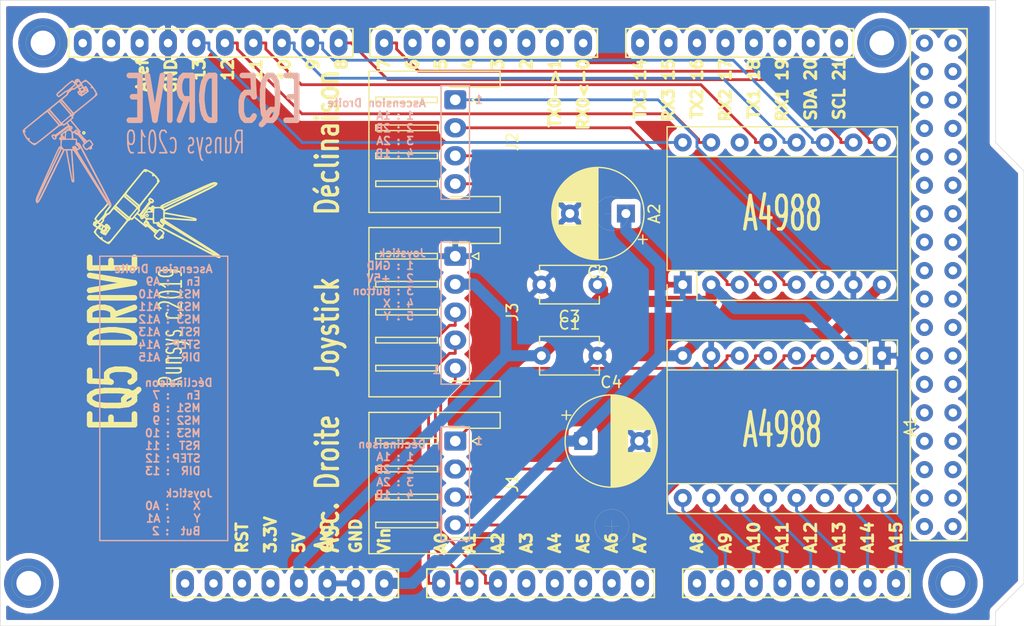
<source format=kicad_pcb>
(kicad_pcb (version 20171130) (host pcbnew 5.1.5-52549c5~84~ubuntu18.04.1)
  (layers (0 F.Cu signal) (31 B.Cu signal) (34 B.Paste user hide) (35 F.Paste user hide) (36 B.SilkS user) (37 F.SilkS user) (38 B.Mask user) (39 F.Mask user) (44 Edge.Cuts user))
  (net 0 "")
  (net 1 "Net-(SH1-Pad19)")
  (net 2 "Net-(SH1-Pad18)")
  (net 3 "Net-(SH1-Pad17)")
  (net 4 "Net-(SH1-Pad16)")
  (net 5 "Net-(SH1-Pad15)")
  (net 6 "Net-(SH1-Pad14)")
  (net 7 /13)
  (net 8 /12)
  (net 9 /11)
  (net 10 /10)
  (net 11 /9)
  (net 12 /8)
  (net 13 /7)
  (net 14 "Net-(SH1-Pad6)")
  (net 15 "Net-(SH1-Pad5)")
  (net 16 "Net-(SH1-Pad4)")
  (net 17 "Net-(SH1-Pad3)")
  (net 18 "Net-(SH1-Pad1)")
  (net 19 /A15)
  (net 20 /A14)
  (net 21 /A13)
  (net 22 /A12)
  (net 23 /A11)
  (net 24 /A10)
  (net 25 /A9)
  (net 26 "Net-(SH1-PadA8)")
  (net 27 "Net-(SH1-PadA7)")
  (net 28 "Net-(SH1-PadA6)")
  (net 29 "Net-(SH1-PadA5)")
  (net 30 "Net-(SH1-PadA4)")
  (net 31 "Net-(SH1-PadA3)")
  (net 32 "Net-(SH1-Pad21/2)")
  (net 33 "Net-(SH1-Pad20/2)")
  (net 34 "Net-(SH1-PadAREF)")
  (net 35 "Net-(SH1-Pad0)")
  (net 36 "Net-(SH1-Pad20/1)")
  (net 37 "Net-(SH1-Pad21/1)")
  (net 38 "Net-(SH1-Pad5V/3)")
  (net 39 "Net-(SH1-Pad5V/2)")
  (net 40 "Net-(SH1-Pad49)")
  (net 41 "Net-(SH1-Pad48)")
  (net 42 "Net-(SH1-Pad47)")
  (net 43 "Net-(SH1-Pad46)")
  (net 44 "Net-(SH1-Pad45)")
  (net 45 "Net-(SH1-Pad44)")
  (net 46 "Net-(SH1-Pad43)")
  (net 47 "Net-(SH1-Pad42)")
  (net 48 "Net-(SH1-Pad41)")
  (net 49 "Net-(SH1-Pad40)")
  (net 50 "Net-(SH1-Pad39)")
  (net 51 "Net-(SH1-Pad38)")
  (net 52 "Net-(SH1-Pad37)")
  (net 53 "Net-(SH1-Pad36)")
  (net 54 "Net-(SH1-Pad35)")
  (net 55 "Net-(SH1-Pad34)")
  (net 56 "Net-(SH1-Pad33)")
  (net 57 "Net-(SH1-Pad32)")
  (net 58 "Net-(SH1-Pad31)")
  (net 59 "Net-(SH1-Pad30)")
  (net 60 "Net-(SH1-Pad29)")
  (net 61 "Net-(SH1-Pad28)")
  (net 62 "Net-(SH1-Pad27)")
  (net 63 "Net-(SH1-Pad26)")
  (net 64 "Net-(SH1-Pad25)")
  (net 65 "Net-(SH1-Pad24)")
  (net 66 "Net-(SH1-Pad23)")
  (net 67 "Net-(SH1-Pad22)")
  (net 68 "Net-(SH1-Pad53)")
  (net 69 "Net-(SH1-Pad52)")
  (net 70 "Net-(SH1-Pad51)")
  (net 71 "Net-(SH1-Pad50)")
  (net 72 "Net-(SH1-PadGND4)")
  (net 73 "Net-(SH1-Pad3V3)")
  (net 74 "Net-(SH1-PadRST)")
  (net 75 "Net-(SH1-PadIREF)")
  (net 76 "Net-(SH1-PadNC)")
  (net 77 "Net-(A1-Pad3)")
  (net 78 "Net-(A1-Pad4)")
  (net 79 "Net-(A1-Pad5)")
  (net 80 "Net-(A1-Pad6)")
  (net 81 "Net-(A1-Pad14)")
  (net 82 "Net-(A2-Pad3)")
  (net 83 "Net-(A2-Pad4)")
  (net 84 "Net-(A2-Pad5)")
  (net 85 "Net-(A2-Pad6)")
  (net 86 "Net-(A2-Pad14)")
  (net 87 GND)
  (net 88 +5V)
  (net 89 +12V)
  (net 90 /A2)
  (net 91 /A0)
  (net 92 /A1)
  (net 93 "Net-(SH1-Pad2)")
  (module Connector_JST:JST_XH_S5B-XH-A-1_1x05_P2.50mm_Horizontal (layer F.Cu) (at 132.08 85.09 270)
    (fp_text reference J3 (at 5 -5.1 90) (layer F.SilkS))
    (fp_text value Conn_01x05_Male)
    (pad 5 thru_hole oval (at 10 0 270) (size 1.7 1.95) (drill 0.95) (layers *.Cu *.Mask) (net 90 /A2))
    (pad 4 thru_hole oval (at 7.5 0 270) (size 1.7 1.95) (drill 0.95) (layers *.Cu *.Mask) (net 92 /A1))
    (pad 3 thru_hole oval (at 5 0 270) (size 1.7 1.95) (drill 0.95) (layers *.Cu *.Mask) (net 91 /A0))
    (pad 2 thru_hole oval (at 2.5 0 270) (size 1.7 1.95) (drill 0.95) (layers *.Cu *.Mask) (net 88 +5V))
    (pad 1 thru_hole roundrect (at 0 0 270) (size 1.7 1.95) (drill 0.95) (layers *.Cu *.Mask) (roundrect_rratio 0.147059) (net 87 GND))
  )
  (module Connector_JST:JST_XH_S4B-XH-A-1_1x04_P2.50mm_Horizontal (layer F.Cu) (at 132.08 71.12 270)
    (fp_text reference J2 (at 3.75 -5.1 90) (layer F.SilkS))
    (fp_text value Conn_01x04_Male)
    (pad 4 thru_hole oval (at 7.5 0 270) (size 1.7 1.95) (drill 0.95) (layers *.Cu *.Mask) (net 82 "Net-(A2-Pad3)"))
    (pad 3 thru_hole oval (at 5 0 270) (size 1.7 1.95) (drill 0.95) (layers *.Cu *.Mask) (net 83 "Net-(A2-Pad4)"))
    (pad 2 thru_hole oval (at 2.5 0 270) (size 1.7 1.95) (drill 0.95) (layers *.Cu *.Mask) (net 84 "Net-(A2-Pad5)"))
    (pad 1 thru_hole roundrect (at 0 0 270) (size 1.7 1.95) (drill 0.95) (layers *.Cu *.Mask) (roundrect_rratio 0.147059) (net 85 "Net-(A2-Pad6)"))
  )
  (module Connector_JST:JST_XH_S4B-XH-A-1_1x04_P2.50mm_Horizontal (layer F.Cu) (at 132.08 101.6 270)
    (fp_text reference J1 (at 3.75 -5.1 90) (layer F.SilkS))
    (fp_text value Conn_01x04_Male)
    (pad 4 thru_hole oval (at 7.5 0 270) (size 1.7 1.95) (drill 0.95) (layers *.Cu *.Mask) (net 77 "Net-(A1-Pad3)"))
    (pad 3 thru_hole oval (at 5 0 270) (size 1.7 1.95) (drill 0.95) (layers *.Cu *.Mask) (net 78 "Net-(A1-Pad4)"))
    (pad 2 thru_hole oval (at 2.5 0 270) (size 1.7 1.95) (drill 0.95) (layers *.Cu *.Mask) (net 79 "Net-(A1-Pad5)"))
    (pad 1 thru_hole roundrect (at 0 0 270) (size 1.7 1.95) (drill 0.95) (layers *.Cu *.Mask) (roundrect_rratio 0.147059) (net 80 "Net-(A1-Pad6)"))
  )
  (module Capacitor_THT:C_Disc_D5.1mm_W3.2mm_P5.00mm (layer F.Cu) (at 144.78 87.63 180)
    (fp_text reference C3 (at 2.5 -2.85) (layer F.SilkS))
    (fp_text value 100n)
    (pad 2 thru_hole circle (at 5 0 180) (size 1.6 1.6) (drill 0.8) (layers *.Cu *.Mask) (net 87 GND))
    (pad 1 thru_hole circle (at 0 0 180) (size 1.6 1.6) (drill 0.8) (layers *.Cu *.Mask) (net 88 +5V))
  )
  (module Capacitor_THT:C_Disc_D5.1mm_W3.2mm_P5.00mm (layer F.Cu) (at 139.78 93.98)
    (fp_text reference C1 (at 2.5 -2.85) (layer F.SilkS))
    (fp_text value 100n)
    (pad 2 thru_hole circle (at 5 0) (size 1.6 1.6) (drill 0.8) (layers *.Cu *.Mask) (net 87 GND))
    (pad 1 thru_hole circle (at 0 0) (size 1.6 1.6) (drill 0.8) (layers *.Cu *.Mask) (net 88 +5V))
  )
  (module logo:tele (layer F.Cu) (at 99.06 74.93)
    (fp_text reference G1 hide)
    (fp_text value LOGO hide)
  )
  (module logo:tele (layer F.Cu) (at 105.41 81.28 90)
    (fp_text reference G0 hide)
    (fp_text value LOGO hide)
  )
  (module Capacitor_THT:CP_Radial_D8.0mm_P5.00mm (layer F.Cu) (at 143.51 101.6)
    (fp_text reference C4 (at 2.5 -5.25) (layer F.SilkS))
    (fp_text value 100u)
    (pad 2 thru_hole circle (at 5 0) (size 1.6 1.6) (drill 0.8) (layers *.Cu *.Mask) (net 87 GND))
    (pad 1 thru_hole rect (at 0 0) (size 1.6 1.6) (drill 0.8) (layers *.Cu *.Mask) (net 89 +12V))
  )
  (module Capacitor_THT:CP_Radial_D8.0mm_P5.00mm (layer F.Cu) (at 147.32 81.28 180)
    (fp_text reference C2 (at 2.5 -5.25) (layer F.SilkS))
    (fp_text value 100u)
    (pad 2 thru_hole circle (at 5 0 180) (size 1.6 1.6) (drill 0.8) (layers *.Cu *.Mask) (net 87 GND))
    (pad 1 thru_hole rect (at 0 0 180) (size 1.6 1.6) (drill 0.8) (layers *.Cu *.Mask) (net 89 +12V))
  )
  (module MountingHole:MountingHole_2.2mm_M2_Pad (layer F.Cu) (at 176.53 114.3)
    (fp_text reference REF2 hide)
    (fp_text value MountingHole_2.2mm_M2_Pad)
    (pad 1 thru_hole circle (at 0 0) (size 4.4 4.4) (drill 2.2) (layers *.Cu *.Mask))
  )
  (module MountingHole:MountingHole_2.2mm_M2_Pad (layer F.Cu) (at 170.18 66.04)
    (fp_text reference REF3 hide)
    (fp_text value MountingHole_2.2mm_M2_Pad)
    (pad 1 thru_hole circle (at 0 0) (size 4.4 4.4) (drill 2.2) (layers *.Cu *.Mask))
  )
  (module MountingHole:MountingHole_2.2mm_M2_Pad (layer F.Cu) (at 93.98 114.3)
    (fp_text reference REF1 hide)
    (fp_text value MountingHole_2.2mm_M2_Pad)
    (pad 1 thru_hole circle (at 0 0) (size 4.4 4.4) (drill 2.2) (layers *.Cu *.Mask))
  )
  (module MountingHole:MountingHole_2.2mm_M2_Pad (layer F.Cu) (at 95.25 66.04)
    (fp_text reference REF** hide)
    (fp_text value MountingHole_2.2mm_M2_Pad)
    (pad 1 thru_hole circle (at 0 0) (size 4.4 4.4) (drill 2.2) (layers *.Cu *.Mask))
  )
  (module Modules:Pololu_Breakout-16_15.2x20.3mm (layer F.Cu) (at 152.4 87.63 90)
    (fp_text reference A2 (at 6.35 -2.54 90) (layer F.SilkS))
    (fp_text value Pololu_Breakout_A4988)
    (pad 1 thru_hole rect (at 0 0 90) (size 1.6 1.6) (drill 0.8) (layers *.Cu *.Mask) (net 87 GND))
    (pad 9 thru_hole oval (at 12.7 17.78 90) (size 1.6 1.6) (drill 0.8) (layers *.Cu *.Mask) (net 13 /7))
    (pad 2 thru_hole oval (at 0 2.54 90) (size 1.6 1.6) (drill 0.8) (layers *.Cu *.Mask) (net 88 +5V))
    (pad 10 thru_hole oval (at 12.7 15.24 90) (size 1.6 1.6) (drill 0.8) (layers *.Cu *.Mask) (net 12 /8))
    (pad 3 thru_hole oval (at 0 5.08 90) (size 1.6 1.6) (drill 0.8) (layers *.Cu *.Mask) (net 82 "Net-(A2-Pad3)"))
    (pad 11 thru_hole oval (at 12.7 12.7 90) (size 1.6 1.6) (drill 0.8) (layers *.Cu *.Mask) (net 11 /9))
    (pad 4 thru_hole oval (at 0 7.62 90) (size 1.6 1.6) (drill 0.8) (layers *.Cu *.Mask) (net 83 "Net-(A2-Pad4)"))
    (pad 12 thru_hole oval (at 12.7 10.16 90) (size 1.6 1.6) (drill 0.8) (layers *.Cu *.Mask) (net 10 /10))
    (pad 5 thru_hole oval (at 0 10.16 90) (size 1.6 1.6) (drill 0.8) (layers *.Cu *.Mask) (net 84 "Net-(A2-Pad5)"))
    (pad 13 thru_hole oval (at 12.7 7.62 90) (size 1.6 1.6) (drill 0.8) (layers *.Cu *.Mask) (net 9 /11))
    (pad 6 thru_hole oval (at 0 12.7 90) (size 1.6 1.6) (drill 0.8) (layers *.Cu *.Mask) (net 85 "Net-(A2-Pad6)"))
    (pad 14 thru_hole oval (at 12.7 5.08 90) (size 1.6 1.6) (drill 0.8) (layers *.Cu *.Mask) (net 86 "Net-(A2-Pad14)"))
    (pad 7 thru_hole oval (at 0 15.24 90) (size 1.6 1.6) (drill 0.8) (layers *.Cu *.Mask) (net 87 GND))
    (pad 15 thru_hole oval (at 12.7 2.54 90) (size 1.6 1.6) (drill 0.8) (layers *.Cu *.Mask) (net 8 /12))
    (pad 8 thru_hole oval (at 0 17.78 90) (size 1.6 1.6) (drill 0.8) (layers *.Cu *.Mask) (net 89 +12V))
    (pad 16 thru_hole oval (at 12.7 0 90) (size 1.6 1.6) (drill 0.8) (layers *.Cu *.Mask) (net 7 /13))
  )
  (module Modules:Pololu_Breakout-16_15.2x20.3mm (layer F.Cu) (at 170.18 93.98 270)
    (fp_text reference A1 (at 6.35 -2.54 90) (layer F.SilkS))
    (fp_text value Pololu_Breakout_A4988)
    (pad 1 thru_hole rect (at 0 0 270) (size 1.6 1.6) (drill 0.8) (layers *.Cu *.Mask) (net 87 GND))
    (pad 9 thru_hole oval (at 12.7 17.78 270) (size 1.6 1.6) (drill 0.8) (layers *.Cu *.Mask) (net 25 /A9))
    (pad 2 thru_hole oval (at 0 2.54 270) (size 1.6 1.6) (drill 0.8) (layers *.Cu *.Mask) (net 88 +5V))
    (pad 10 thru_hole oval (at 12.7 15.24 270) (size 1.6 1.6) (drill 0.8) (layers *.Cu *.Mask) (net 24 /A10))
    (pad 3 thru_hole oval (at 0 5.08 270) (size 1.6 1.6) (drill 0.8) (layers *.Cu *.Mask) (net 77 "Net-(A1-Pad3)"))
    (pad 11 thru_hole oval (at 12.7 12.7 270) (size 1.6 1.6) (drill 0.8) (layers *.Cu *.Mask) (net 23 /A11))
    (pad 4 thru_hole oval (at 0 7.62 270) (size 1.6 1.6) (drill 0.8) (layers *.Cu *.Mask) (net 78 "Net-(A1-Pad4)"))
    (pad 12 thru_hole oval (at 12.7 10.16 270) (size 1.6 1.6) (drill 0.8) (layers *.Cu *.Mask) (net 22 /A12))
    (pad 5 thru_hole oval (at 0 10.16 270) (size 1.6 1.6) (drill 0.8) (layers *.Cu *.Mask) (net 79 "Net-(A1-Pad5)"))
    (pad 13 thru_hole oval (at 12.7 7.62 270) (size 1.6 1.6) (drill 0.8) (layers *.Cu *.Mask) (net 21 /A13))
    (pad 6 thru_hole oval (at 0 12.7 270) (size 1.6 1.6) (drill 0.8) (layers *.Cu *.Mask) (net 80 "Net-(A1-Pad6)"))
    (pad 14 thru_hole oval (at 12.7 5.08 270) (size 1.6 1.6) (drill 0.8) (layers *.Cu *.Mask) (net 81 "Net-(A1-Pad14)"))
    (pad 7 thru_hole oval (at 0 15.24 270) (size 1.6 1.6) (drill 0.8) (layers *.Cu *.Mask) (net 87 GND))
    (pad 15 thru_hole oval (at 12.7 2.54 270) (size 1.6 1.6) (drill 0.8) (layers *.Cu *.Mask) (net 20 /A14))
    (pad 8 thru_hole oval (at 0 17.78 270) (size 1.6 1.6) (drill 0.8) (layers *.Cu *.Mask) (net 89 +12V))
    (pad 16 thru_hole oval (at 12.7 0 270) (size 1.6 1.6) (drill 0.8) (layers *.Cu *.Mask) (net 19 /A15))
  )
  (module SHIELD_ARDUINO:ARDUINO_MEGA_2560_R3_ELL (layer F.Cu) (at 130.81 90.17)
    (fp_text reference SH1 hide)
    (fp_text value ARDUINO_MEGA hide)
    (pad 19 thru_hole oval (at 30.48 -24.13) (size 1.5748 2.286) (drill 0.762) (layers *.Cu *.Mask) (net 1 "Net-(SH1-Pad19)"))
    (pad 18 thru_hole oval (at 27.94 -24.13) (size 1.5748 2.286) (drill 0.762) (layers *.Cu *.Mask) (net 2 "Net-(SH1-Pad18)"))
    (pad 17 thru_hole oval (at 25.4 -24.13) (size 1.5748 2.286) (drill 0.762) (layers *.Cu *.Mask) (net 3 "Net-(SH1-Pad17)"))
    (pad 16 thru_hole oval (at 22.86 -24.13) (size 1.5748 2.286) (drill 0.762) (layers *.Cu *.Mask) (net 4 "Net-(SH1-Pad16)"))
    (pad 15 thru_hole oval (at 20.32 -24.13) (size 1.5748 2.286) (drill 0.762) (layers *.Cu *.Mask) (net 5 "Net-(SH1-Pad15)"))
    (pad 14 thru_hole oval (at 17.78 -24.13) (size 1.5748 2.286) (drill 0.762) (layers *.Cu *.Mask) (net 6 "Net-(SH1-Pad14)"))
    (pad 13 thru_hole oval (at -21.844 -24.13) (size 1.5748 2.286) (drill 0.762) (layers *.Cu *.Mask) (net 7 /13))
    (pad 12 thru_hole oval (at -19.304 -24.13) (size 1.5748 2.286) (drill 0.762) (layers *.Cu *.Mask) (net 8 /12))
    (pad 11 thru_hole oval (at -16.764 -24.13) (size 1.5748 2.286) (drill 0.762) (layers *.Cu *.Mask) (net 9 /11))
    (pad 10 thru_hole oval (at -14.224 -24.13) (size 1.5748 2.286) (drill 0.762) (layers *.Cu *.Mask) (net 10 /10))
    (pad 9 thru_hole oval (at -11.684 -24.13) (size 1.5748 2.286) (drill 0.762) (layers *.Cu *.Mask) (net 11 /9))
    (pad 8 thru_hole oval (at -9.144 -24.13) (size 1.5748 2.286) (drill 0.762) (layers *.Cu *.Mask) (net 12 /8))
    (pad 7 thru_hole oval (at -5.08 -24.13) (size 1.5748 2.286) (drill 0.762) (layers *.Cu *.Mask) (net 13 /7))
    (pad 6 thru_hole oval (at -2.54 -24.13) (size 1.5748 2.286) (drill 0.762) (layers *.Cu *.Mask) (net 14 "Net-(SH1-Pad6)"))
    (pad 5 thru_hole oval (at 0 -24.13) (size 1.5748 2.286) (drill 0.762) (layers *.Cu *.Mask) (net 15 "Net-(SH1-Pad5)"))
    (pad 4 thru_hole oval (at 2.54 -24.13) (size 1.5748 2.286) (drill 0.762) (layers *.Cu *.Mask) (net 16 "Net-(SH1-Pad4)"))
    (pad 3 thru_hole oval (at 5.08 -24.13) (size 1.5748 2.286) (drill 0.762) (layers *.Cu *.Mask) (net 17 "Net-(SH1-Pad3)"))
    (pad 2 thru_hole oval (at 7.62 -24.13) (size 1.5748 2.286) (drill 0.762) (layers *.Cu *.Mask) (net 93 "Net-(SH1-Pad2)"))
    (pad 1 thru_hole oval (at 10.16 -24.13) (size 1.5748 2.286) (drill 0.762) (layers *.Cu *.Mask) (net 18 "Net-(SH1-Pad1)"))
    (pad A15 thru_hole oval (at 40.64 24.13) (size 1.5748 2.286) (drill 0.762) (layers *.Cu *.Mask) (net 19 /A15))
    (pad A14 thru_hole oval (at 38.1 24.13) (size 1.5748 2.286) (drill 0.762) (layers *.Cu *.Mask) (net 20 /A14))
    (pad A13 thru_hole oval (at 35.56 24.13) (size 1.5748 2.286) (drill 0.762) (layers *.Cu *.Mask) (net 21 /A13))
    (pad A12 thru_hole oval (at 33.02 24.13) (size 1.5748 2.286) (drill 0.762) (layers *.Cu *.Mask) (net 22 /A12))
    (pad A11 thru_hole oval (at 30.48 24.13) (size 1.5748 2.286) (drill 0.762) (layers *.Cu *.Mask) (net 23 /A11))
    (pad A10 thru_hole oval (at 27.94 24.13) (size 1.5748 2.286) (drill 0.762) (layers *.Cu *.Mask) (net 24 /A10))
    (pad A9 thru_hole oval (at 25.4 24.13) (size 1.5748 2.286) (drill 0.762) (layers *.Cu *.Mask) (net 25 /A9))
    (pad A8 thru_hole oval (at 22.86 24.13) (size 1.5748 2.286) (drill 0.762) (layers *.Cu *.Mask) (net 26 "Net-(SH1-PadA8)"))
    (pad A7 thru_hole oval (at 17.78 24.13) (size 1.5748 2.286) (drill 0.762) (layers *.Cu *.Mask) (net 27 "Net-(SH1-PadA7)"))
    (pad A6 thru_hole oval (at 15.24 24.13) (size 1.5748 2.286) (drill 0.762) (layers *.Cu *.Mask) (net 28 "Net-(SH1-PadA6)"))
    (pad A5 thru_hole oval (at 12.7 24.13) (size 1.5748 2.286) (drill 0.762) (layers *.Cu *.Mask) (net 29 "Net-(SH1-PadA5)"))
    (pad A4 thru_hole oval (at 10.16 24.13) (size 1.5748 2.286) (drill 0.762) (layers *.Cu *.Mask) (net 30 "Net-(SH1-PadA4)"))
    (pad A3 thru_hole oval (at 7.62 24.13) (size 1.5748 2.286) (drill 0.762) (layers *.Cu *.Mask) (net 31 "Net-(SH1-PadA3)"))
    (pad A2 thru_hole oval (at 5.08 24.13) (size 1.5748 2.286) (drill 0.762) (layers *.Cu *.Mask) (net 90 /A2))
    (pad A1 thru_hole oval (at 2.54 24.13) (size 1.5748 2.286) (drill 0.762) (layers *.Cu *.Mask) (net 92 /A1))
    (pad 21/2 thru_hole oval (at -32.004 -24.1173) (size 1.5748 2.286) (drill 0.762) (layers *.Cu *.Mask) (net 32 "Net-(SH1-Pad21/2)"))
    (pad 20/2 thru_hole oval (at -29.464 -24.1173) (size 1.5748 2.286) (drill 0.762) (layers *.Cu *.Mask) (net 33 "Net-(SH1-Pad20/2)"))
    (pad AREF thru_hole oval (at -26.924 -24.1173) (size 1.5748 2.286) (drill 0.762) (layers *.Cu *.Mask) (net 34 "Net-(SH1-PadAREF)"))
    (pad GND3 thru_hole oval (at -24.384 -24.1173) (size 1.5748 2.286) (drill 0.762) (layers *.Cu *.Mask) (net 87 GND))
    (pad 0 thru_hole oval (at 12.7 -24.1173) (size 1.5748 2.286) (drill 0.762) (layers *.Cu *.Mask) (net 35 "Net-(SH1-Pad0)"))
    (pad 20/1 thru_hole oval (at 33.02 -24.1173) (size 1.5748 2.286) (drill 0.762) (layers *.Cu *.Mask) (net 36 "Net-(SH1-Pad20/1)"))
    (pad 21/1 thru_hole oval (at 35.56 -24.1173) (size 1.5748 2.286) (drill 0.762) (layers *.Cu *.Mask) (net 37 "Net-(SH1-Pad21/1)"))
    (pad 5V/3 thru_hole circle (at 45.72 -24.1173) (size 1.524 1.524) (drill 0.762) (layers *.Cu *.Mask) (net 38 "Net-(SH1-Pad5V/3)"))
    (pad 5V/2 thru_hole circle (at 43.18 -24.1173) (size 1.524 1.524) (drill 0.762) (layers *.Cu *.Mask) (net 39 "Net-(SH1-Pad5V/2)"))
    (pad 49 thru_hole circle (at 45.72 11.4427) (size 1.524 1.524) (drill 0.762) (layers *.Cu *.Mask) (net 40 "Net-(SH1-Pad49)"))
    (pad 48 thru_hole circle (at 43.18 11.4427) (size 1.524 1.524) (drill 0.762) (layers *.Cu *.Mask) (net 41 "Net-(SH1-Pad48)"))
    (pad 47 thru_hole circle (at 45.72 8.9027) (size 1.524 1.524) (drill 0.762) (layers *.Cu *.Mask) (net 42 "Net-(SH1-Pad47)"))
    (pad 46 thru_hole circle (at 43.18 8.9027) (size 1.524 1.524) (drill 0.762) (layers *.Cu *.Mask) (net 43 "Net-(SH1-Pad46)"))
    (pad 45 thru_hole circle (at 45.72 6.3627) (size 1.524 1.524) (drill 0.762) (layers *.Cu *.Mask) (net 44 "Net-(SH1-Pad45)"))
    (pad 44 thru_hole circle (at 43.18 6.3627) (size 1.524 1.524) (drill 0.762) (layers *.Cu *.Mask) (net 45 "Net-(SH1-Pad44)"))
    (pad 43 thru_hole circle (at 45.72 3.8227) (size 1.524 1.524) (drill 0.762) (layers *.Cu *.Mask) (net 46 "Net-(SH1-Pad43)"))
    (pad 42 thru_hole circle (at 43.18 3.8227) (size 1.524 1.524) (drill 0.762) (layers *.Cu *.Mask) (net 47 "Net-(SH1-Pad42)"))
    (pad 41 thru_hole circle (at 45.72 1.2827) (size 1.524 1.524) (drill 0.762) (layers *.Cu *.Mask) (net 48 "Net-(SH1-Pad41)"))
    (pad 40 thru_hole circle (at 43.18 1.2827) (size 1.524 1.524) (drill 0.762) (layers *.Cu *.Mask) (net 49 "Net-(SH1-Pad40)"))
    (pad 39 thru_hole circle (at 45.72 -1.2573) (size 1.524 1.524) (drill 0.762) (layers *.Cu *.Mask) (net 50 "Net-(SH1-Pad39)"))
    (pad 38 thru_hole circle (at 43.18 -1.2573) (size 1.524 1.524) (drill 0.762) (layers *.Cu *.Mask) (net 51 "Net-(SH1-Pad38)"))
    (pad 37 thru_hole circle (at 45.72 -3.7973) (size 1.524 1.524) (drill 0.762) (layers *.Cu *.Mask) (net 52 "Net-(SH1-Pad37)"))
    (pad 36 thru_hole circle (at 43.18 -3.7973) (size 1.524 1.524) (drill 0.762) (layers *.Cu *.Mask) (net 53 "Net-(SH1-Pad36)"))
    (pad 35 thru_hole circle (at 45.72 -6.3373) (size 1.524 1.524) (drill 0.762) (layers *.Cu *.Mask) (net 54 "Net-(SH1-Pad35)"))
    (pad 34 thru_hole circle (at 43.18 -6.3373) (size 1.524 1.524) (drill 0.762) (layers *.Cu *.Mask) (net 55 "Net-(SH1-Pad34)"))
    (pad 33 thru_hole circle (at 45.72 -8.8773) (size 1.524 1.524) (drill 0.762) (layers *.Cu *.Mask) (net 56 "Net-(SH1-Pad33)"))
    (pad 32 thru_hole circle (at 43.18 -8.8773) (size 1.524 1.524) (drill 0.762) (layers *.Cu *.Mask) (net 57 "Net-(SH1-Pad32)"))
    (pad 31 thru_hole circle (at 45.72 -11.4173) (size 1.524 1.524) (drill 0.762) (layers *.Cu *.Mask) (net 58 "Net-(SH1-Pad31)"))
    (pad 30 thru_hole circle (at 43.18 -11.4173) (size 1.524 1.524) (drill 0.762) (layers *.Cu *.Mask) (net 59 "Net-(SH1-Pad30)"))
    (pad 29 thru_hole circle (at 45.72 -13.9573) (size 1.524 1.524) (drill 0.762) (layers *.Cu *.Mask) (net 60 "Net-(SH1-Pad29)"))
    (pad 28 thru_hole circle (at 43.18 -13.9573) (size 1.524 1.524) (drill 0.762) (layers *.Cu *.Mask) (net 61 "Net-(SH1-Pad28)"))
    (pad 27 thru_hole circle (at 45.72 -16.4973) (size 1.524 1.524) (drill 0.762) (layers *.Cu *.Mask) (net 62 "Net-(SH1-Pad27)"))
    (pad 26 thru_hole circle (at 43.18 -16.4973) (size 1.524 1.524) (drill 0.762) (layers *.Cu *.Mask) (net 63 "Net-(SH1-Pad26)"))
    (pad 25 thru_hole circle (at 45.72 -19.0373) (size 1.524 1.524) (drill 0.762) (layers *.Cu *.Mask) (net 64 "Net-(SH1-Pad25)"))
    (pad 24 thru_hole circle (at 43.18 -19.0373) (size 1.524 1.524) (drill 0.762) (layers *.Cu *.Mask) (net 65 "Net-(SH1-Pad24)"))
    (pad 23 thru_hole circle (at 45.72 -21.5773) (size 1.524 1.524) (drill 0.762) (layers *.Cu *.Mask) (net 66 "Net-(SH1-Pad23)"))
    (pad 22 thru_hole circle (at 43.18 -21.5773) (size 1.524 1.524) (drill 0.762) (layers *.Cu *.Mask) (net 67 "Net-(SH1-Pad22)"))
    (pad 53 thru_hole circle (at 45.72 16.5227) (size 1.524 1.524) (drill 0.762) (layers *.Cu *.Mask) (net 68 "Net-(SH1-Pad53)"))
    (pad 52 thru_hole circle (at 43.18 16.5227) (size 1.524 1.524) (drill 0.762) (layers *.Cu *.Mask) (net 69 "Net-(SH1-Pad52)"))
    (pad 51 thru_hole circle (at 45.72 13.9827) (size 1.524 1.524) (drill 0.762) (layers *.Cu *.Mask) (net 70 "Net-(SH1-Pad51)"))
    (pad 50 thru_hole circle (at 43.18 13.9827) (size 1.524 1.524) (drill 0.762) (layers *.Cu *.Mask) (net 71 "Net-(SH1-Pad50)"))
    (pad GND5 thru_hole circle (at 45.72 19.0627) (size 1.524 1.524) (drill 0.762) (layers *.Cu *.Mask))
    (pad GND4 thru_hole circle (at 43.18 19.0627) (size 1.524 1.524) (drill 0.762) (layers *.Cu *.Mask) (net 72 "Net-(SH1-PadGND4)"))
    (pad A0 thru_hole oval (at 0 24.1427) (size 1.5748 2.286) (drill 0.762) (layers *.Cu *.Mask) (net 91 /A0))
    (pad VIN thru_hole oval (at -5.08 24.1427) (size 1.5748 2.286) (drill 0.762) (layers *.Cu *.Mask) (net 89 +12V))
    (pad GND2 thru_hole oval (at -7.62 24.1427) (size 1.5748 2.286) (drill 0.762) (layers *.Cu *.Mask) (net 87 GND))
    (pad GND1 thru_hole oval (at -10.16 24.1427) (size 1.5748 2.286) (drill 0.762) (layers *.Cu *.Mask) (net 87 GND))
    (pad 5V/1 thru_hole oval (at -12.7 24.1427) (size 1.5748 2.286) (drill 0.762) (layers *.Cu *.Mask) (net 88 +5V))
    (pad 3V3 thru_hole oval (at -15.24 24.1427) (size 1.5748 2.286) (drill 0.762) (layers *.Cu *.Mask) (net 73 "Net-(SH1-Pad3V3)"))
    (pad RST thru_hole oval (at -17.78 24.1427) (size 1.5748 2.286) (drill 0.762) (layers *.Cu *.Mask) (net 74 "Net-(SH1-PadRST)"))
    (pad IREF thru_hole oval (at -20.32 24.1427) (size 1.5748 2.286) (drill 0.762) (layers *.Cu *.Mask) (net 75 "Net-(SH1-PadIREF)"))
    (pad NC thru_hole oval (at -22.86 24.1427) (size 1.5748 2.286) (drill 0.762) (layers *.Cu *.Mask) (net 76 "Net-(SH1-PadNC)"))
  )
  (gr_line (start 111.76 85.09) (end 111.76 110.49) (layer B.SilkS) (width 0.12))
  (gr_line (start 100.33 85.09) (end 111.76 85.09) (layer B.SilkS) (width 0.12))
  (gr_line (start 100.33 110.49) (end 100.33 85.09) (layer B.SilkS) (width 0.12))
  (gr_line (start 111.76 110.49) (end 100.33 110.49) (layer B.SilkS) (width 0.12))
  (gr_line (start 180.34 118.11) (end 180.34 116.84) (layer Edge.Cuts) (width 0.05))
  (gr_line (start 180.34 118.11) (end 91.44 118.11) (layer Edge.Cuts) (width 0.05))
  (gr_line (start 182.88 77.47) (end 182.88 81.28) (layer Edge.Cuts) (width 0.05))
  (gr_line (start 180.34 74.93) (end 182.88 77.47) (layer Edge.Cuts) (width 0.05))
  (gr_line (start 180.34 62.23) (end 180.34 74.93) (layer Edge.Cuts) (width 0.05))
  (gr_line (start 182.88 114.3) (end 182.88 81.28) (layer Edge.Cuts) (width 0.05))
  (gr_line (start 180.34 116.84) (end 182.88 114.3) (layer Edge.Cuts) (width 0.05))
  (gr_text "\n: 7\n: 8\n: 9\n: 10\n: 11  \n: 12\n: 13" (at 106.68 100.33) (layer B.SilkS) (effects (font (size 0.7 0.7)) (justify left mirror)))
  (gr_text "\n: A9\n: A10\n: A11\n: A12\n: A13  \n: A14\n: A15" (at 106.68 90.17) (layer B.SilkS) (effects (font (size 0.7 0.7)) (justify left mirror)))
  (gr_text 1 (at 130.81 95.25) (layer B.SilkS) (effects (font (size 0.7 0.7)) (justify left mirror)))
  (gr_text 1 (at 134.62 101.6) (layer B.SilkS) (effects (font (size 0.7 0.7)) (justify left mirror)))
  (gr_text 1 (at 134.62 71.12) (layer B.SilkS) (effects (font (size 0.7 0.7)) (justify left mirror)))
  (gr_text "Joystick\n  1 : GND\n  2 : +5V\n  3 : Button\n  4 : X\n  5 : Y\n" (at 129.54 87.63) (layer B.SilkS) (effects (font (size 0.7 0.7)) (justify left mirror)))
  (gr_text "Déclinaison\n  En\n  MS1\n  MS2\n  MS3\n  RST\n  STEP\n  DIR" (at 110.49 100.33) (layer B.SilkS) (effects (font (size 0.7 0.7)) (justify left mirror)))
  (gr_text "Ascension Droite\n  En\n  MS1\n  MS2\n  MS3\n  RST  \n  STEP\n  DIR" (at 110.49 90.17) (layer B.SilkS) (effects (font (size 0.7 0.7)) (justify left mirror)))
  (gr_text "Joystick\n  X    : A0\n  Y    : A1\n  But  : 2\n" (at 110.49 107.95) (layer B.SilkS) (effects (font (size 0.7 0.7)) (justify left mirror)))
  (gr_line (start 130.81 96.52) (end 133.35 96.52) (layer B.SilkS) (width 0.12))
  (gr_line (start 133.35 96.52) (end 133.35 83.82) (layer B.SilkS) (width 0.12))
  (gr_line (start 130.81 83.82) (end 130.81 96.52) (layer B.SilkS) (width 0.12))
  (gr_line (start 133.35 83.82) (end 130.81 83.82) (layer B.SilkS) (width 0.12))
  (gr_line (start 133.35 100.33) (end 130.81 100.33) (layer B.SilkS) (width 0.12))
  (gr_line (start 133.35 110.49) (end 133.35 100.33) (layer B.SilkS) (width 0.12))
  (gr_line (start 130.81 110.49) (end 133.35 110.49) (layer B.SilkS) (width 0.12))
  (gr_line (start 130.81 100.33) (end 130.81 110.49) (layer B.SilkS) (width 0.12))
  (gr_line (start 130.81 69.85) (end 130.81 80.01) (layer B.SilkS) (width 0.12))
  (gr_line (start 133.35 69.85) (end 130.81 69.85) (layer B.SilkS) (width 0.12))
  (gr_line (start 133.35 80.01) (end 133.35 69.85) (layer B.SilkS) (width 0.12))
  (gr_line (start 130.81 80.01) (end 133.35 80.01) (layer B.SilkS) (width 0.12))
  (gr_text "Runsys c2019" (at 107.95 74.93) (layer B.SilkS) (effects (font (size 2 1)) (justify mirror)))
  (gr_text "EQ5 DRIVE" (at 110.49 71.12) (layer B.SilkS) (effects (font (size 4 2) (thickness 0.5)) (justify mirror)))
  (gr_text "Déclinaison\n  1 : 1A\n  2 : 2B\n  3 : 2A\n  4 : 1B" (at 129.54 104.14) (layer B.SilkS) (effects (font (size 0.7 0.7)) (justify left mirror)))
  (gr_text "Ascension Droite\n  1 : 1A\n  2 : 2B\n  3 : 2A\n  4 : 1B" (at 129.54 73.66) (layer B.SilkS) (effects (font (size 0.7 0.7)) (justify left mirror)))
  (gr_text A4988 (at 161.29 100.618087) (layer F.SilkS) (effects (font (size 3 1.5) (thickness 0.3))))
  (gr_text A4988 (at 161.29 81.28) (layer F.SilkS) (effects (font (size 3 1.5) (thickness 0.3))))
  (gr_text 8 (at 121.92 67.31 90) (layer F.SilkS) (effects (font (size 1 1) (thickness 0.25)) (justify right)))
  (gr_text 9 (at 119.38 67.31 90) (layer F.SilkS) (effects (font (size 1 1) (thickness 0.25)) (justify right)))
  (gr_text 10 (at 116.84 67.31 90) (layer F.SilkS) (effects (font (size 1 1) (thickness 0.25)) (justify right)))
  (gr_text 11 (at 114.3 67.31 90) (layer F.SilkS) (effects (font (size 1 1) (thickness 0.25)) (justify right)))
  (gr_text 12 (at 111.76 67.31 90) (layer F.SilkS) (effects (font (size 1 1) (thickness 0.25)) (justify right)))
  (gr_text 13 (at 109.22 67.31 90) (layer F.SilkS) (effects (font (size 1 1) (thickness 0.25)) (justify right)))
  (gr_text "GND\n" (at 106.68 67.31 90) (layer F.SilkS) (effects (font (size 1 1) (thickness 0.25)) (justify right)))
  (gr_text Aref (at 104.14 67.31 90) (layer F.SilkS) (effects (font (size 1 1) (thickness 0.25)) (justify right)))
  (gr_text "SCL 21\n" (at 166.37 67.31 90) (layer F.SilkS) (effects (font (size 1 1) (thickness 0.25)) (justify right)))
  (gr_text "SDA 20" (at 163.83 67.31 90) (layer F.SilkS) (effects (font (size 1 1) (thickness 0.25)) (justify right)))
  (gr_text "RX1 19" (at 161.29 67.31 90) (layer F.SilkS) (effects (font (size 1 1) (thickness 0.25)) (justify right)))
  (gr_text "TX1 18" (at 158.75 67.31 90) (layer F.SilkS) (effects (font (size 1 1) (thickness 0.25)) (justify right)))
  (gr_text "RX2 17" (at 156.21 67.31 90) (layer F.SilkS) (effects (font (size 1 1) (thickness 0.25)) (justify right)))
  (gr_text "TX2 16" (at 153.67 67.31 90) (layer F.SilkS) (effects (font (size 1 1) (thickness 0.25)) (justify right)))
  (gr_text "RX3 15" (at 151.13 67.31 90) (layer F.SilkS) (effects (font (size 1 1) (thickness 0.25)) (justify right)))
  (gr_text "TX3 14" (at 148.59 67.31 90) (layer F.SilkS) (effects (font (size 1 1) (thickness 0.25)) (justify right)))
  (gr_text RX0<-0 (at 143.51 67.31 90) (layer F.SilkS) (effects (font (size 1 1) (thickness 0.25)) (justify right)))
  (gr_text TX0->1 (at 140.97 67.31 90) (layer F.SilkS) (effects (font (size 1 1) (thickness 0.25)) (justify right)))
  (gr_text 2 (at 138.43 67.31 90) (layer F.SilkS) (effects (font (size 1 1) (thickness 0.25)) (justify right)))
  (gr_text 3 (at 135.89 67.31 90) (layer F.SilkS) (effects (font (size 1 1) (thickness 0.25)) (justify right)))
  (gr_text 4 (at 133.35 67.31 90) (layer F.SilkS) (effects (font (size 1 1) (thickness 0.25)) (justify right)))
  (gr_text 5 (at 130.81 67.31 90) (layer F.SilkS) (effects (font (size 1 1) (thickness 0.25)) (justify right)))
  (gr_text "6\n" (at 128.27 67.31 90) (layer F.SilkS) (effects (font (size 1 1) (thickness 0.25)) (justify right)))
  (gr_text 7 (at 125.73 67.31 90) (layer F.SilkS) (effects (font (size 1 1) (thickness 0.25)) (justify right)))
  (gr_text A15 (at 171.45 111.76 90) (layer F.SilkS) (effects (font (size 1 1) (thickness 0.25)) (justify left)))
  (gr_text "A14\n" (at 168.91 111.76 90) (layer F.SilkS) (effects (font (size 1 1) (thickness 0.25)) (justify left)))
  (gr_text A13 (at 166.37 111.76 90) (layer F.SilkS) (effects (font (size 1 1) (thickness 0.25)) (justify left)))
  (gr_text "A12\n" (at 163.83 111.76 90) (layer F.SilkS) (effects (font (size 1 1) (thickness 0.25)) (justify left)))
  (gr_text A11 (at 161.29 111.76 90) (layer F.SilkS) (effects (font (size 1 1) (thickness 0.25)) (justify left)))
  (gr_text A10 (at 158.75 111.76 90) (layer F.SilkS) (effects (font (size 1 1) (thickness 0.25)) (justify left)))
  (gr_text A9 (at 156.21 111.76 90) (layer F.SilkS) (effects (font (size 1 1) (thickness 0.25)) (justify left)))
  (gr_text A8 (at 153.67 111.76 90) (layer F.SilkS) (effects (font (size 1 1) (thickness 0.25)) (justify left)))
  (gr_text "A7\n" (at 148.59 111.76 90) (layer F.SilkS) (effects (font (size 1 1) (thickness 0.25)) (justify left)))
  (gr_text A6 (at 146.05 111.76 90) (layer F.SilkS) (effects (font (size 1 1) (thickness 0.25)) (justify left)))
  (gr_text A5 (at 143.51 111.76 90) (layer F.SilkS) (effects (font (size 1 1) (thickness 0.25)) (justify left)))
  (gr_text A4 (at 140.97 111.76 90) (layer F.SilkS) (effects (font (size 1 1) (thickness 0.25)) (justify left)))
  (gr_text "A3\n" (at 138.43 111.76 90) (layer F.SilkS) (effects (font (size 1 1) (thickness 0.25)) (justify left)))
  (gr_text A2 (at 135.89 111.76 90) (layer F.SilkS) (effects (font (size 1 1) (thickness 0.25)) (justify left)))
  (gr_text A1 (at 133.35 111.76 90) (layer F.SilkS) (effects (font (size 1 1) (thickness 0.25)) (justify left)))
  (gr_text A0 (at 130.81 111.76 90) (layer F.SilkS) (effects (font (size 1 1) (thickness 0.25)) (justify left)))
  (gr_text "RST\n" (at 113.03 111.76 90) (layer F.SilkS) (effects (font (size 1 1) (thickness 0.25)) (justify left)))
  (gr_text 3.3V (at 115.57 111.76 90) (layer F.SilkS) (effects (font (size 1 1) (thickness 0.25)) (justify left)))
  (gr_text 5V (at 118.11 111.76 90) (layer F.SilkS) (effects (font (size 1 1) (thickness 0.25)) (justify left)))
  (gr_text Vin (at 125.73 111.76 90) (layer F.SilkS) (effects (font (size 1 1) (thickness 0.25)) (justify left)))
  (gr_text GND (at 120.65 111.76 90) (layer F.SilkS) (effects (font (size 1 1) (thickness 0.25)) (justify left)))
  (gr_text GND (at 123.19 111.76 90) (layer F.SilkS) (effects (font (size 1 1) (thickness 0.25)) (justify left)))
  (gr_text Joystick (at 120.65 91.44 90) (layer F.SilkS) (effects (font (size 2 1.5) (thickness 0.3))))
  (gr_text Déclinaison (at 120.65 74.93 90) (layer F.SilkS) (effects (font (size 2 1.5) (thickness 0.3))))
  (gr_text "Asc. Droite" (at 120.65 105.41 90) (layer F.SilkS) (effects (font (size 2 1.5) (thickness 0.3))))
  (gr_text "Runsys c2019" (at 106.68 91.44 90) (layer F.SilkS) (effects (font (size 2 1))))
  (gr_text "EQ5 DRIVE" (at 101.6 92.71 90) (layer F.SilkS) (effects (font (size 4 2) (thickness 0.5))))
  (gr_line (start 91.44 118.11) (end 91.44 62.23) (layer Edge.Cuts) (width 0.05))
  (gr_line (start 91.44 62.23) (end 180.34 62.23) (layer Edge.Cuts) (width 0.05))
  (segment (start 152.4 74.93) (end 151.2747 74.93) (width 0.25) (layer B.Cu) (net 7))
  (segment (start 108.966 66.04) (end 110.0787 66.04) (width 0.25) (layer B.Cu) (net 7))
  (segment (start 110.0787 66.04) (end 110.0787 66.5963) (width 0.25) (layer B.Cu) (net 7))
  (segment (start 110.0787 66.5963) (end 118.4124 74.93) (width 0.25) (layer B.Cu) (net 7))
  (segment (start 118.4124 74.93) (end 151.2747 74.93) (width 0.25) (layer B.Cu) (net 7))
  (segment (start 154.94 74.93) (end 153.8147 74.93) (width 0.25) (layer F.Cu) (net 8))
  (segment (start 111.506 66.04) (end 112.6187 66.04) (width 0.25) (layer F.Cu) (net 8))
  (segment (start 112.6187 66.04) (end 112.6187 66.5963) (width 0.25) (layer F.Cu) (net 8))
  (segment (start 112.6187 66.5963) (end 118.3928 72.3704) (width 0.25) (layer F.Cu) (net 8))
  (segment (start 118.3928 72.3704) (end 151.5364 72.3704) (width 0.25) (layer F.Cu) (net 8))
  (segment (start 151.5364 72.3704) (end 153.8147 74.6487) (width 0.25) (layer F.Cu) (net 8))
  (segment (start 153.8147 74.6487) (end 153.8147 74.93) (width 0.25) (layer F.Cu) (net 8))
  (segment (start 160.02 74.93) (end 158.8947 74.93) (width 0.25) (layer F.Cu) (net 9))
  (segment (start 114.046 66.04) (end 115.1587 66.04) (width 0.25) (layer F.Cu) (net 9))
  (segment (start 115.1587 66.04) (end 115.1587 66.5963) (width 0.25) (layer F.Cu) (net 9))
  (segment (start 115.1587 66.5963) (end 118.3338 69.7714) (width 0.25) (layer F.Cu) (net 9))
  (segment (start 118.3338 69.7714) (end 154.0174 69.7714) (width 0.25) (layer F.Cu) (net 9))
  (segment (start 154.0174 69.7714) (end 158.8947 74.6487) (width 0.25) (layer F.Cu) (net 9))
  (segment (start 158.8947 74.6487) (end 158.8947 74.93) (width 0.25) (layer F.Cu) (net 9))
  (segment (start 162.56 74.93) (end 161.4347 74.93) (width 0.25) (layer B.Cu) (net 10))
  (segment (start 116.586 66.04) (end 117.6987 66.04) (width 0.25) (layer B.Cu) (net 10))
  (segment (start 117.6987 66.04) (end 117.6987 66.5963) (width 0.25) (layer B.Cu) (net 10))
  (segment (start 117.6987 66.5963) (end 120.2948 69.1924) (width 0.25) (layer B.Cu) (net 10))
  (segment (start 120.2948 69.1924) (end 155.9784 69.1924) (width 0.25) (layer B.Cu) (net 10))
  (segment (start 155.9784 69.1924) (end 161.4347 74.6487) (width 0.25) (layer B.Cu) (net 10))
  (segment (start 161.4347 74.6487) (end 161.4347 74.93) (width 0.25) (layer B.Cu) (net 10))
  (segment (start 165.1 74.93) (end 163.9747 74.93) (width 0.25) (layer B.Cu) (net 11))
  (segment (start 119.126 66.04) (end 120.2387 66.04) (width 0.25) (layer B.Cu) (net 11))
  (segment (start 120.2387 66.04) (end 120.2387 66.5964) (width 0.25) (layer B.Cu) (net 11))
  (segment (start 120.2387 66.5964) (end 121.2257 67.5834) (width 0.25) (layer B.Cu) (net 11))
  (segment (start 121.2257 67.5834) (end 156.9094 67.5834) (width 0.25) (layer B.Cu) (net 11))
  (segment (start 156.9094 67.5834) (end 163.9747 74.6487) (width 0.25) (layer B.Cu) (net 11))
  (segment (start 163.9747 74.6487) (end 163.9747 74.93) (width 0.25) (layer B.Cu) (net 11))
  (segment (start 167.64 74.93) (end 166.5147 74.93) (width 0.25) (layer F.Cu) (net 12))
  (segment (start 121.666 66.04) (end 122.7787 66.04) (width 0.25) (layer F.Cu) (net 12))
  (segment (start 122.7787 66.04) (end 126.0597 69.321) (width 0.25) (layer F.Cu) (net 12))
  (segment (start 126.0597 69.321) (end 161.187 69.321) (width 0.25) (layer F.Cu) (net 12))
  (segment (start 161.187 69.321) (end 166.5147 74.6487) (width 0.25) (layer F.Cu) (net 12))
  (segment (start 166.5147 74.6487) (end 166.5147 74.93) (width 0.25) (layer F.Cu) (net 12))
  (segment (start 170.18 74.93) (end 169.0547 74.93) (width 0.25) (layer F.Cu) (net 13))
  (segment (start 125.73 66.04) (end 126.8427 66.04) (width 0.25) (layer F.Cu) (net 13))
  (segment (start 126.8427 66.04) (end 126.8427 66.5963) (width 0.25) (layer F.Cu) (net 13))
  (segment (start 126.8427 66.5963) (end 128.8131 68.5667) (width 0.25) (layer F.Cu) (net 13))
  (segment (start 128.8131 68.5667) (end 162.9727 68.5667) (width 0.25) (layer F.Cu) (net 13))
  (segment (start 162.9727 68.5667) (end 169.0547 74.6487) (width 0.25) (layer F.Cu) (net 13))
  (segment (start 169.0547 74.6487) (end 169.0547 74.93) (width 0.25) (layer F.Cu) (net 13))
  (segment (start 170.18 106.68) (end 170.18 107.8053) (width 0.25) (layer B.Cu) (net 19))
  (segment (start 171.45 114.3) (end 171.45 109.0753) (width 0.25) (layer B.Cu) (net 19))
  (segment (start 171.45 109.0753) (end 170.18 107.8053) (width 0.25) (layer B.Cu) (net 19))
  (segment (start 167.64 106.68) (end 167.64 107.8053) (width 0.25) (layer B.Cu) (net 20))
  (segment (start 168.91 114.3) (end 168.91 109.0753) (width 0.25) (layer B.Cu) (net 20))
  (segment (start 168.91 109.0753) (end 167.64 107.8053) (width 0.25) (layer B.Cu) (net 20))
  (segment (start 162.56 106.68) (end 162.56 107.8053) (width 0.25) (layer B.Cu) (net 21))
  (segment (start 166.37 114.3) (end 166.37 111.6153) (width 0.25) (layer B.Cu) (net 21))
  (segment (start 166.37 111.6153) (end 162.56 107.8053) (width 0.25) (layer B.Cu) (net 21))
  (segment (start 160.02 106.68) (end 160.02 107.8053) (width 0.25) (layer B.Cu) (net 22))
  (segment (start 163.83 114.3) (end 163.83 111.6153) (width 0.25) (layer B.Cu) (net 22))
  (segment (start 163.83 111.6153) (end 160.02 107.8053) (width 0.25) (layer B.Cu) (net 22))
  (segment (start 157.48 106.68) (end 157.48 107.8053) (width 0.25) (layer B.Cu) (net 23))
  (segment (start 161.29 114.3) (end 161.29 111.6153) (width 0.25) (layer B.Cu) (net 23))
  (segment (start 161.29 111.6153) (end 157.48 107.8053) (width 0.25) (layer B.Cu) (net 23))
  (segment (start 154.94 106.68) (end 154.94 107.8053) (width 0.25) (layer B.Cu) (net 24))
  (segment (start 158.75 114.3) (end 158.75 111.6153) (width 0.25) (layer B.Cu) (net 24))
  (segment (start 158.75 111.6153) (end 154.94 107.8053) (width 0.25) (layer B.Cu) (net 24))
  (segment (start 152.4 106.68) (end 152.4 107.8053) (width 0.25) (layer B.Cu) (net 25))
  (segment (start 156.21 114.3) (end 156.21 111.6153) (width 0.25) (layer B.Cu) (net 25))
  (segment (start 156.21 111.6153) (end 152.4 107.8053) (width 0.25) (layer B.Cu) (net 25))
  (segment (start 165.1 93.98) (end 163.9747 93.98) (width 0.25) (layer F.Cu) (net 77))
  (segment (start 163.9747 93.98) (end 163.9747 94.2614) (width 0.25) (layer F.Cu) (net 77))
  (segment (start 163.9747 94.2614) (end 163.1308 95.1053) (width 0.25) (layer F.Cu) (net 77))
  (segment (start 163.1308 95.1053) (end 162.2897 95.1053) (width 0.25) (layer F.Cu) (net 77))
  (segment (start 162.2897 95.1053) (end 148.295 109.1) (width 0.25) (layer F.Cu) (net 77))
  (segment (start 148.295 109.1) (end 132.08 109.1) (width 0.25) (layer F.Cu) (net 77))
  (segment (start 162.56 93.98) (end 161.4347 93.98) (width 0.25) (layer F.Cu) (net 78))
  (segment (start 161.4347 93.98) (end 161.4347 94.2613) (width 0.25) (layer F.Cu) (net 78))
  (segment (start 161.4347 94.2613) (end 149.096 106.6) (width 0.25) (layer F.Cu) (net 78))
  (segment (start 149.096 106.6) (end 132.08 106.6) (width 0.25) (layer F.Cu) (net 78))
  (segment (start 160.02 93.98) (end 158.8947 93.98) (width 0.25) (layer F.Cu) (net 79))
  (segment (start 158.8947 93.98) (end 158.8947 94.2613) (width 0.25) (layer F.Cu) (net 79))
  (segment (start 158.8947 94.2613) (end 149.056 104.1) (width 0.25) (layer F.Cu) (net 79))
  (segment (start 149.056 104.1) (end 132.08 104.1) (width 0.25) (layer F.Cu) (net 79))
  (segment (start 157.48 93.98) (end 156.3547 93.98) (width 0.25) (layer F.Cu) (net 80))
  (segment (start 156.3547 93.98) (end 156.3547 94.2614) (width 0.25) (layer F.Cu) (net 80))
  (segment (start 156.3547 94.2614) (end 155.5108 95.1053) (width 0.25) (layer F.Cu) (net 80))
  (segment (start 155.5108 95.1053) (end 138.5747 95.1053) (width 0.25) (layer F.Cu) (net 80))
  (segment (start 138.5747 95.1053) (end 132.08 101.6) (width 0.25) (layer F.Cu) (net 80))
  (segment (start 157.48 87.63) (end 156.3547 87.63) (width 0.25) (layer F.Cu) (net 82))
  (segment (start 156.3547 87.63) (end 156.3547 87.3487) (width 0.25) (layer F.Cu) (net 82))
  (segment (start 156.3547 87.3487) (end 147.626 78.62) (width 0.25) (layer F.Cu) (net 82))
  (segment (start 147.626 78.62) (end 132.08 78.62) (width 0.25) (layer F.Cu) (net 82))
  (segment (start 160.02 87.63) (end 158.8947 87.63) (width 0.25) (layer F.Cu) (net 83))
  (segment (start 158.8947 87.63) (end 158.8947 87.3487) (width 0.25) (layer F.Cu) (net 83))
  (segment (start 158.8947 87.3487) (end 147.666 76.12) (width 0.25) (layer F.Cu) (net 83))
  (segment (start 147.666 76.12) (end 132.08 76.12) (width 0.25) (layer F.Cu) (net 83))
  (segment (start 162.56 87.63) (end 161.4347 87.63) (width 0.25) (layer F.Cu) (net 84))
  (segment (start 161.4347 87.63) (end 161.4347 87.3487) (width 0.25) (layer F.Cu) (net 84))
  (segment (start 161.4347 87.3487) (end 147.706 73.62) (width 0.25) (layer F.Cu) (net 84))
  (segment (start 147.706 73.62) (end 132.08 73.62) (width 0.25) (layer F.Cu) (net 84))
  (segment (start 165.1 87.63) (end 165.1 86.5047) (width 0.25) (layer B.Cu) (net 85))
  (segment (start 165.1 86.5047) (end 164.8187 86.5047) (width 0.25) (layer B.Cu) (net 85))
  (segment (start 164.8187 86.5047) (end 153.67 75.356) (width 0.25) (layer B.Cu) (net 85))
  (segment (start 153.67 75.356) (end 153.67 74.5958) (width 0.25) (layer B.Cu) (net 85))
  (segment (start 153.67 74.5958) (end 150.1942 71.12) (width 0.25) (layer B.Cu) (net 85))
  (segment (start 150.1942 71.12) (end 132.08 71.12) (width 0.25) (layer B.Cu) (net 85))
  (segment (start 145.2299 88.5301) (end 145.8301 89.1303) (width 1) (layer F.Cu) (net 88))
  (segment (start 145.8301 89.1303) (end 154.94 89.1303) (width 1) (layer F.Cu) (net 88))
  (segment (start 139.78 93.98) (end 145.2299 88.5301) (width 1) (layer F.Cu) (net 88))
  (segment (start 145.2299 88.5301) (end 145.2299 88.0799) (width 1) (layer F.Cu) (net 88))
  (segment (start 145.2299 88.0799) (end 144.78 87.63) (width 1) (layer F.Cu) (net 88))
  (segment (start 136.5994 93.98) (end 139.78 93.98) (width 1) (layer B.Cu) (net 88))
  (segment (start 118.11 112.4694) (end 136.5994 93.98) (width 1) (layer B.Cu) (net 88))
  (segment (start 136.5994 93.98) (end 136.5994 90.4341) (width 1) (layer B.Cu) (net 88))
  (segment (start 136.5994 90.4341) (end 133.7553 87.59) (width 1) (layer B.Cu) (net 88))
  (segment (start 132.08 87.59) (end 133.7553 87.59) (width 1) (layer B.Cu) (net 88))
  (segment (start 118.11 114.3127) (end 118.11 112.4694) (width 1) (layer B.Cu) (net 88))
  (segment (start 154.94 87.63) (end 154.94 89.1303) (width 1) (layer F.Cu) (net 88))
  (segment (start 167.64 93.98) (end 163.4254 89.7654) (width 1) (layer B.Cu) (net 88))
  (segment (start 163.4254 89.7654) (end 157.0754 89.7654) (width 1) (layer B.Cu) (net 88))
  (segment (start 157.0754 89.7654) (end 154.94 87.63) (width 1) (layer B.Cu) (net 88))
  (segment (start 147.32 81.28) (end 147.32 82.7803) (width 1) (layer B.Cu) (net 89))
  (segment (start 150.3799 93.98) (end 150.3799 85.8402) (width 1) (layer B.Cu) (net 89))
  (segment (start 150.3799 85.8402) (end 147.32 82.7803) (width 1) (layer B.Cu) (net 89))
  (segment (start 150.3799 93.98) (end 152.4 93.98) (width 1) (layer B.Cu) (net 89))
  (segment (start 142.7599 101.6) (end 150.3799 93.98) (width 1) (layer B.Cu) (net 89))
  (segment (start 142.7599 101.6) (end 142.0097 101.6) (width 1) (layer B.Cu) (net 89))
  (segment (start 143.51 101.6) (end 142.7599 101.6) (width 1) (layer B.Cu) (net 89))
  (segment (start 127.2177 114.3127) (end 128.2509 114.3127) (width 1) (layer B.Cu) (net 89))
  (segment (start 128.2509 114.3127) (end 130.2758 112.2878) (width 1) (layer B.Cu) (net 89))
  (segment (start 130.2758 112.2878) (end 131.3219 112.2878) (width 1) (layer B.Cu) (net 89))
  (segment (start 131.3219 112.2878) (end 142.0097 101.6) (width 1) (layer B.Cu) (net 89))
  (segment (start 170.18 87.63) (end 165.7943 92.0157) (width 1) (layer F.Cu) (net 89))
  (segment (start 165.7943 92.0157) (end 154.3643 92.0157) (width 1) (layer F.Cu) (net 89))
  (segment (start 154.3643 92.0157) (end 152.4 93.98) (width 1) (layer F.Cu) (net 89))
  (segment (start 125.73 114.3127) (end 127.2177 114.3127) (width 1) (layer B.Cu) (net 89))
  (segment (start 132.08 95.09) (end 132.08 96.2653) (width 0.25) (layer F.Cu) (net 90))
  (segment (start 135.89 114.3) (end 134.7773 114.3) (width 0.25) (layer F.Cu) (net 90))
  (segment (start 134.7773 114.3) (end 134.7773 113.6176) (width 0.25) (layer F.Cu) (net 90))
  (segment (start 134.7773 113.6176) (end 130.7786 109.6189) (width 0.25) (layer F.Cu) (net 90))
  (segment (start 130.7786 109.6189) (end 130.7786 97.5667) (width 0.25) (layer F.Cu) (net 90))
  (segment (start 130.7786 97.5667) (end 132.08 96.2653) (width 0.25) (layer F.Cu) (net 90))
  (segment (start 132.08 90.09) (end 132.08 91.2653) (width 0.25) (layer F.Cu) (net 91))
  (segment (start 130.81 114.3127) (end 129.6973 114.3127) (width 0.25) (layer F.Cu) (net 91))
  (segment (start 129.6973 114.3127) (end 129.6973 93.1338) (width 0.25) (layer F.Cu) (net 91))
  (segment (start 129.6973 93.1338) (end 131.5658 91.2653) (width 0.25) (layer F.Cu) (net 91))
  (segment (start 131.5658 91.2653) (end 132.08 91.2653) (width 0.25) (layer F.Cu) (net 91))
  (segment (start 132.08 92.59) (end 132.08 93.7653) (width 0.25) (layer F.Cu) (net 92))
  (segment (start 133.35 114.3) (end 132.2373 114.3) (width 0.25) (layer F.Cu) (net 92))
  (segment (start 132.2373 114.3) (end 132.2373 113.1873) (width 0.25) (layer F.Cu) (net 92))
  (segment (start 132.2373 113.1873) (end 130.3044 111.2544) (width 0.25) (layer F.Cu) (net 92))
  (segment (start 130.3044 111.2544) (end 130.3044 95.0267) (width 0.25) (layer F.Cu) (net 92))
  (segment (start 130.3044 95.0267) (end 131.5658 93.7653) (width 0.25) (layer F.Cu) (net 92))
  (segment (start 131.5658 93.7653) (end 132.08 93.7653) (width 0.25) (layer F.Cu) (net 92))
  (zone (net 87) (net_name GND) (layer F.Cu) (connect_pads (clearance 0.508)) (min_thickness 0.254) (fill yes (arc_segments 32) (thermal_gap 0.508) (thermal_bridge_width 0.508))
    (polygon (pts (xy 180.34 74.93) (xy 182.88 77.47) (xy 182.88 114.3) (xy 180.34 116.84) (xy 180.34 118.11) (xy 91.44 118.11) (xy 91.44 62.23) (xy 180.34 62.23)))
  )
  (zone (net 87) (net_name GND) (layer B.Cu) (connect_pads (clearance 0.508)) (min_thickness 0.254) (fill yes (arc_segments 32) (thermal_gap 0.508) (thermal_bridge_width 0.508))
    (polygon (pts (xy 180.34 74.93) (xy 182.88 77.47) (xy 182.88 114.3) (xy 180.34 116.84) (xy 180.34 118.11) (xy 91.44 118.11) (xy 91.44 62.23) (xy 180.34 62.23)))
  )
)
</source>
